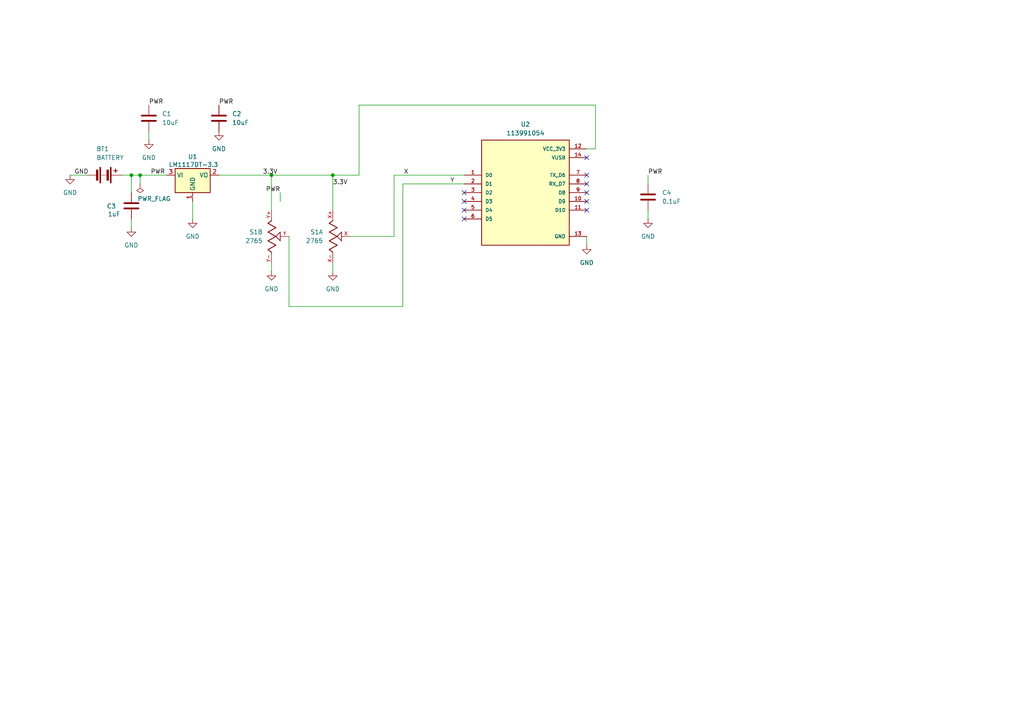
<source format=kicad_sch>
(kicad_sch (version 20231120) (generator "eeschema") (generator_version "8.0")
  (paper "A4")
  (lib_symbols
    (symbol "113991054:113991054" (pin_names (offset 1.016))
      (property "Reference" "U" (at -12.7 16.002 0))
      (property "Value" "113991054" (at -12.7 -17.78 0))
      (symbol "113991054_0_0"
        (rectangle (start -12.7 -15.24) (end 12.7 15.24) (stroke (width 0.254)) (fill (type background)))
        (pin bidirectional line (at -17.78 5.08 0) (length 5.08) (name "D0") (number "1"))
        (pin bidirectional line (at 17.78 -2.54 180) (length 5.08) (name "D9") (number "10"))
        (pin bidirectional line (at 17.78 -5.08 180) (length 5.08) (name "D10") (number "11"))
        (pin power_in line (at 17.78 12.7 180) (length 5.08) (name "VCC_3V3") (number "12"))
        (pin power_in line (at 17.78 -12.7 180) (length 5.08) (name "GND") (number "13"))
        (pin power_in line (at 17.78 10.16 180) (length 5.08) (name "VUSB") (number "14"))
        (pin bidirectional line (at -17.78 2.54 0) (length 5.08) (name "D1") (number "2"))
        (pin bidirectional line (at -17.78 0 0) (length 5.08) (name "D2") (number "3"))
        (pin bidirectional line (at -17.78 -2.54 0) (length 5.08) (name "D3") (number "4"))
        (pin bidirectional line (at -17.78 -5.08 0) (length 5.08) (name "D4") (number "5"))
        (pin bidirectional line (at -17.78 -7.62 0) (length 5.08) (name "D5") (number "6"))
        (pin bidirectional line (at 17.78 5.08 180) (length 5.08) (name "TX_D6") (number "7"))
        (pin bidirectional line (at 17.78 2.54 180) (length 5.08) (name "RX_D7") (number "8"))
        (pin bidirectional line (at 17.78 0 180) (length 5.08) (name "D8") (number "9"))
      )
    )
    (symbol "2765:2765" (pin_names (offset 1.016))
      (property "Reference" "S" (at -5.08 5.08 0))
      (property "Value" "2765" (at -5.08 2.54 0))
      (symbol "2765_1_0"
        (polyline (pts (xy -5.08 0) (xy -4.572 0)) (stroke (width 0.1524)))
        (polyline (pts (xy -4.572 0) (xy -3.81 1.016)) (stroke (width 0.254)))
        (polyline (pts (xy -3.81 1.016) (xy -2.54 -1.27)) (stroke (width 0.254)))
        (polyline (pts (xy -2.54 -1.27) (xy -1.27 1.016)) (stroke (width 0.254)))
        (polyline (pts (xy -1.27 -2.54) (xy 0 -1.27)) (stroke (width 0.2032)))
        (polyline (pts (xy -1.27 1.016) (xy 0 -1.27)) (stroke (width 0.254)))
        (polyline (pts (xy 0 -1.27) (xy 1.27 -2.54)) (stroke (width 0.2032)))
        (polyline (pts (xy 0 -1.27) (xy 1.27 1.016)) (stroke (width 0.254)))
        (polyline (pts (xy 1.27 -2.54) (xy -1.27 -2.54)) (stroke (width 0.2032)))
        (polyline (pts (xy 1.27 1.016) (xy 2.54 -1.27)) (stroke (width 0.254)))
        (polyline (pts (xy 2.54 -1.27) (xy 3.81 1.016)) (stroke (width 0.254)))
        (polyline (pts (xy 3.81 1.016) (xy 4.572 0)) (stroke (width 0.254)))
        (polyline (pts (xy 4.572 0) (xy 5.08 0)) (stroke (width 0.1524)))
        (pin passive line (at 0 -5.08 90) (length 2.54) (name "~") (number "X"))
        (pin passive line (at 7.62 0 180) (length 2.54) (name "~") (number "X+"))
        (pin passive line (at -7.62 0 0) (length 2.54) (name "~") (number "X-"))
      )
      (symbol "2765_2_0"
        (polyline (pts (xy -5.08 0) (xy -4.572 0)) (stroke (width 0.1524)))
        (polyline (pts (xy -4.572 0) (xy -3.81 1.016)) (stroke (width 0.254)))
        (polyline (pts (xy -3.81 1.016) (xy -2.54 -1.27)) (stroke (width 0.254)))
        (polyline (pts (xy -2.54 -1.27) (xy -1.27 1.016)) (stroke (width 0.254)))
        (polyline (pts (xy -1.27 -2.54) (xy 0 -1.27)) (stroke (width 0.2032)))
        (polyline (pts (xy -1.27 1.016) (xy 0 -1.27)) (stroke (width 0.254)))
        (polyline (pts (xy 0 -1.27) (xy 1.27 -2.54)) (stroke (width 0.2032)))
        (polyline (pts (xy 0 -1.27) (xy 1.27 1.016)) (stroke (width 0.254)))
        (polyline (pts (xy 1.27 -2.54) (xy -1.27 -2.54)) (stroke (width 0.2032)))
        (polyline (pts (xy 1.27 1.016) (xy 2.54 -1.27)) (stroke (width 0.254)))
        (polyline (pts (xy 2.54 -1.27) (xy 3.81 1.016)) (stroke (width 0.254)))
        (polyline (pts (xy 3.81 1.016) (xy 4.572 0)) (stroke (width 0.254)))
        (polyline (pts (xy 4.572 0) (xy 5.08 0)) (stroke (width 0.1524)))
        (pin passive line (at 0 -5.08 90) (length 2.54) (name "~") (number "Y"))
        (pin passive line (at 7.62 0 180) (length 2.54) (name "~") (number "Y+"))
        (pin passive line (at -7.62 0 0) (length 2.54) (name "~") (number "Y-"))
      )
    )
    (symbol "Device:Battery" (pin_numbers hide) (pin_names (offset 0) hide)
      (property "Reference" "BT" (at 2.54 2.54 0))
      (property "Value" "Battery" (at 2.54 0 0))
      (symbol "Battery_0_1"
        (rectangle (start -2.286 -1.27) (end 2.286 -1.524) (fill (type outline)))
        (rectangle (start -2.286 1.778) (end 2.286 1.524) (fill (type outline)))
        (rectangle (start -1.524 -2.032) (end 1.524 -2.54) (fill (type outline)))
        (rectangle (start -1.524 1.016) (end 1.524 0.508) (fill (type outline)))
        (polyline (pts (xy 0 -1.016) (xy 0 -0.762)))
        (polyline (pts (xy 0 -0.508) (xy 0 -0.254)))
        (polyline (pts (xy 0 0) (xy 0 0.254)))
        (polyline (pts (xy 0 1.778) (xy 0 2.54)))
        (polyline (pts (xy 0.762 3.048) (xy 1.778 3.048)) (stroke (width 0.254)))
        (polyline (pts (xy 1.27 3.556) (xy 1.27 2.54)) (stroke (width 0.254)))
      )
      (symbol "Battery_1_1"
        (pin passive line (at 0 5.08 270) (length 2.54) (name "+") (number "1"))
        (pin passive line (at 0 -5.08 90) (length 2.54) (name "-") (number "2"))
      )
    )
    (symbol "Device:C" (pin_numbers hide) (pin_names (offset 0.254))
      (property "Reference" "C" (at 0.635 2.54 0))
      (property "Value" "C" (at 0.635 -2.54 0))
      (symbol "C_0_1"
        (polyline (pts (xy -2.032 -0.762) (xy 2.032 -0.762)) (stroke (width 0.508)))
        (polyline (pts (xy -2.032 0.762) (xy 2.032 0.762)) (stroke (width 0.508)))
      )
      (symbol "C_1_1"
        (pin passive line (at 0 3.81 270) (length 2.794) (name "~") (number "1"))
        (pin passive line (at 0 -3.81 90) (length 2.794) (name "~") (number "2"))
      )
    )
    (symbol "Regulator_Linear:LM1117DT-3.3"
      (property "Reference" "U" (at -3.81 3.175 0))
      (property "Value" "LM1117DT-3.3" (at 0 3.175 0))
      (symbol "LM1117DT-3.3_0_1"
        (rectangle (start -5.08 -5.08) (end 5.08 1.905) (stroke (width 0.254)) (fill (type background)))
      )
      (symbol "LM1117DT-3.3_1_1"
        (pin power_in line (at 0 -7.62 90) (length 2.54) (name "GND") (number "1"))
        (pin power_out line (at 7.62 0 180) (length 2.54) (name "VO") (number "2"))
        (pin power_in line (at -7.62 0 0) (length 2.54) (name "VI") (number "3"))
      )
    )
    (symbol "power:GND" (power) (pin_numbers hide) (pin_names (offset 0) hide)
      (property "Value" "GND" (at 0 -3.81 0))
      (symbol "GND_0_1"
        (polyline (pts (xy 0 0) (xy 0 -1.27) (xy 1.27 -1.27) (xy 0 -2.54) (xy -1.27 -1.27) (xy 0 -1.27)))
      )
      (symbol "GND_1_1"
        (pin power_in line (at 0 0 270) (length 0) (name "~") (number "1"))
      )
    )
    (symbol "power:PWR_FLAG" (power) (pin_numbers hide) (pin_names (offset 0) hide)
      (property "Value" "PWR_FLAG" (at 0 3.81 0))
      (symbol "PWR_FLAG_0_0"
        (pin power_out line (at 0 0 90) (length 0) (name "~") (number "1"))
      )
      (symbol "PWR_FLAG_0_1"
        (polyline (pts (xy 0 0) (xy 0 1.27) (xy -1.016 1.905) (xy 0 2.54) (xy 1.016 1.905) (xy 0 1.27)))
      )
    )
  )
  (junction (at 96.52 50.8))
  (junction (at 40.64 50.8))
  (junction (at 38.1 50.8))
  (junction (at 78.74 50.8))
  (no_connect (at 134.62 55.88))
  (no_connect (at 134.62 63.5))
  (no_connect (at 170.18 53.34))
  (no_connect (at 134.62 58.42))
  (no_connect (at 134.62 60.96))
  (no_connect (at 170.18 50.8))
  (no_connect (at 170.18 45.72))
  (no_connect (at 170.18 60.96))
  (no_connect (at 170.18 55.88))
  (no_connect (at 170.18 58.42))
  (wire (pts (xy 81.28 55.88) (xy 81.28 58.42)))
  (wire (pts (xy 104.14 30.48) (xy 104.14 50.8)))
  (wire (pts (xy 20.32 50.8) (xy 25.4 50.8)))
  (wire (pts (xy 172.72 30.48) (xy 172.72 43.18)))
  (wire (pts (xy 187.96 50.8) (xy 187.96 53.34)))
  (wire (pts (xy 83.82 68.58) (xy 83.82 88.9)))
  (wire (pts (xy 116.84 53.34) (xy 134.62 53.34)))
  (wire (pts (xy 187.96 60.96) (xy 187.96 63.5)))
  (wire (pts (xy 55.88 58.42) (xy 55.88 63.5)))
  (wire (pts (xy 114.3 68.58) (xy 114.3 50.8)))
  (wire (pts (xy 170.18 68.58) (xy 170.18 71.12)))
  (wire (pts (xy 38.1 66.04) (xy 38.1 63.5)))
  (wire (pts (xy 78.74 78.74) (xy 78.74 76.2)))
  (wire (pts (xy 63.5 50.8) (xy 78.74 50.8)))
  (wire (pts (xy 38.1 50.8) (xy 38.1 55.88)))
  (wire (pts (xy 96.52 55.88) (xy 96.52 60.96)) (stroke (width 0.1524)))
  (wire (pts (xy 134.62 50.8) (xy 114.3 50.8)))
  (wire (pts (xy 172.72 43.18) (xy 170.18 43.18)))
  (wire (pts (xy 43.18 38.1) (xy 43.18 40.64)))
  (wire (pts (xy 104.14 30.48) (xy 172.72 30.48)))
  (wire (pts (xy 96.52 50.8) (xy 96.52 55.88)))
  (wire (pts (xy 78.74 50.8) (xy 78.74 60.96)))
  (wire (pts (xy 78.74 50.8) (xy 96.52 50.8)))
  (wire (pts (xy 96.52 50.8) (xy 104.14 50.8)))
  (wire (pts (xy 83.82 88.9) (xy 116.84 88.9)))
  (wire (pts (xy 40.64 50.8) (xy 40.64 53.34)))
  (wire (pts (xy 96.52 76.2) (xy 96.52 78.74)))
  (wire (pts (xy 116.84 88.9) (xy 116.84 53.34)))
  (wire (pts (xy 38.1 50.8) (xy 35.56 50.8)))
  (wire (pts (xy 38.1 50.8) (xy 40.64 50.8)))
  (wire (pts (xy 40.64 50.8) (xy 48.26 50.8)))
  (wire (pts (xy 101.6 68.58) (xy 114.3 68.58)))
  (label "3.3V" (at 76.2 50.8 0))
  (label "PWR" (at 187.96 50.8 0))
  (label "GND" (at 21.59 50.8 0))
  (label "3.3V" (at 96.52 53.848 0))
  (label "Y" (at 130.556 53.34 0))
  (label "PWR" (at 43.688 50.8 0))
  (label "PWR" (at 81.28 55.88 180))
  (label "PWR" (at 43.18 30.48 0))
  (label "PWR" (at 63.5 30.48 0))
  (label "X" (at 117.094 50.8 0))
  (symbol (lib_id "Device:C") (at 38.1 59.69 0) (mirror y) (unit 1)
    (property "Reference" "C3" (at 33.655 59.817 0) (effects (justify left)))
    (property "Value" "1uF" (at 34.925 62.103 0) (effects (justify left)))
    (property "Footprint" "Capacitor_SMD:C_0805_2012Metric_Pad1.18x1.45mm_HandSolder" (effects (hide yes)))
    (property "Description" "Unpolarized capacitor" (effects (hide yes)))
  )
  (symbol (lib_id "power:GND") (at 78.74 78.74 0) (unit 1)
    (property "Reference" "#PWR06" (effects (hide yes)))
    (property "Value" "GND" (at 78.74 83.82 0))
    (property "Description" "Power symbol creates a global label with name \"GND\" , ground" (effects (hide yes)))
  )
  (symbol (lib_id "power:GND") (at 43.18 40.64 0) (unit 1)
    (property "Reference" "#PWR02" (effects (hide yes)))
    (property "Value" "GND" (at 43.18 45.72 0))
    (property "Description" "Power symbol creates a global label with name \"GND\" , ground" (effects (hide yes)))
  )
  (symbol (lib_id "power:PWR_FLAG") (at 40.64 53.34 0) (mirror x) (unit 1)
    (property "Reference" "#FLG01" (effects (hide yes)))
    (property "Value" "PWR_FLAG" (at 44.704 57.658 0))
    (property "Description" "Special symbol for telling ERC where power comes from" (effects (hide yes)))
  )
  (symbol (lib_id "Regulator_Linear:LM1117DT-3.3") (at 55.88 50.8 0) (unit 1)
    (property "Reference" "U1" (at 55.88 45.466 0))
    (property "Value" "LM1117DT-3.3" (at 56.134 47.752 0))
    (property "Footprint" "Package_TO_SOT_THT:TO-220-3_Vertical" (effects (hide yes)))
    (property "Datasheet" "http://www.ti.com/lit/ds/symlink/lm1117.pdf" (effects (hide yes)))
    (property "Description" "800mA Low-Dropout Linear Regulator, 3.3V fixed output, TO-252" (effects (hide yes)))
  )
  (symbol (lib_id "power:GND") (at 170.18 71.12 0) (unit 1)
    (property "Reference" "#PWR08" (effects (hide yes)))
    (property "Value" "GND" (at 170.18 76.2 0))
    (property "Description" "Power symbol creates a global label with name \"GND\" , ground" (effects (hide yes)))
  )
  (symbol (lib_id "power:GND") (at 38.1 66.04 0) (mirror y) (unit 1)
    (property "Reference" "#PWR05" (effects (hide yes)))
    (property "Value" "GND" (at 38.1 71.12 0))
    (property "Description" "Power symbol creates a global label with name \"GND\" , ground" (effects (hide yes)))
  )
  (symbol (lib_id "Device:C") (at 63.5 34.29 0) (unit 1)
    (property "Reference" "C2" (at 67.31 33.0199 0) (effects (justify left)))
    (property "Value" "10uF" (at 67.31 35.5599 0) (effects (justify left)))
    (property "Footprint" "Capacitor_SMD:C_0805_2012Metric_Pad1.18x1.45mm_HandSolder" (effects (hide yes)))
    (property "Description" "Unpolarized capacitor" (effects (hide yes)))
  )
  (symbol (lib_id "2765:2765") (at 78.74 68.58 90) (unit 2)
    (property "Reference" "S1" (at 76.2 67.3099 90) (effects (justify left)))
    (property "Value" "2765" (at 76.2 69.8499 90) (effects (justify left)))
    (property "Footprint" "2765:SW_2765" (effects (hide yes)))
    (property "MF" "Adafruit Industries" (effects (hide yes)))
    (property "MAXIMUM_PACKAGE_HEIGHT" "12.00 mm" (effects (hide yes)))
    (property "Package" "None" (effects (hide yes)))
    (property "Price" "None" (effects (hide yes)))
    (property "Check_prices" "https://www.snapeda.com/parts/2765/Adafruit+Industries+LLC/view-part/?ref=eda" (effects (hide yes)))
    (property "STANDARD" "Manufacturer Recommendations" (effects (hide yes)))
    (property "PARTREV" "-" (effects (hide yes)))
    (property "SnapEDA_Link" "https://www.snapeda.com/parts/2765/Adafruit+Industries+LLC/view-part/?ref=snap" (effects (hide yes)))
    (property "MP" "2765" (effects (hide yes)))
    (property "Purchase-URL" "https://www.snapeda.com/api/url_track_click_mouser/?unipart_id=587989&manufacturer=Adafruit Industries&part_name=2765&search_term=None" (effects (hide yes)))
    (property "Description_1" "\nWearables LED Orange Power - Board(s), LED(s), 10 Pieces\n" (effects (hide yes)))
    (property "Availability" "Not in stock" (effects (hide yes)))
    (property "MANUFACTURER" "Adafruit" (effects (hide yes)))
  )
  (symbol (lib_id "113991054:113991054") (at 152.4 55.88 0) (unit 1)
    (property "Reference" "U2" (at 152.4 36.068 0))
    (property "Value" "113991054" (at 152.4 38.608 0))
    (property "Footprint" "113991054:MODULE_113991054" (effects (hide yes)))
    (property "MF" "Seeed Technology Co., Ltd" (effects (hide yes)))
    (property "MAXIMUM_PACKAGE_HEIGHT" "N/A" (effects (hide yes)))
    (property "Package" "None" (effects (hide yes)))
    (property "Price" "None" (effects (hide yes)))
    (property "Check_prices" "https://www.snapeda.com/parts/113991054/Seeed+Technology+Co.%252C+Ltd/view-part/?ref=eda" (effects (hide yes)))
    (property "STANDARD" "Manufacturer Recommendations" (effects (hide yes)))
    (property "PARTREV" "23/05/2022" (effects (hide yes)))
    (property "SnapEDA_Link" "https://www.snapeda.com/parts/113991054/Seeed+Technology+Co.%252C+Ltd/view-part/?ref=snap" (effects (hide yes)))
    (property "MP" "113991054" (effects (hide yes)))
    (property "Purchase-URL" "https://www.snapeda.com/api/url_track_click_mouser/?unipart_id=12200757&manufacturer=Seeed Technology Co., Ltd&part_name=113991054&search_term=seeed studio xiao esp32c3" (effects (hide yes)))
    (property "Description_1" "\n- ESP32-C3 Transceiver; 802.11 a/b/g/n (Wi-Fi, WiFi, WLAN), Bluetooth® Smart 4.x Low Energy (BLE) 2.4GHz Evaluation Board\n" (effects (hide yes)))
    (property "SNAPEDA_PN" "113991054" (effects (hide yes)))
    (property "Availability" "In Stock" (effects (hide yes)))
    (property "MANUFACTURER" "Seeed Technology" (effects (hide yes)))
  )
  (symbol (lib_id "Device:C") (at 187.96 57.15 0) (unit 1)
    (property "Reference" "C4" (at 192.024 55.8799 0) (effects (justify left)))
    (property "Value" "0.1uF" (at 192.024 58.4199 0) (effects (justify left)))
    (property "Footprint" "Capacitor_SMD:C_0603_1608Metric_Pad1.08x0.95mm_HandSolder" (effects (hide yes)))
    (property "Description" "Unpolarized capacitor" (effects (hide yes)))
  )
  (symbol (lib_id "power:GND") (at 63.5 38.1 0) (unit 1)
    (property "Reference" "#PWR04" (effects (hide yes)))
    (property "Value" "GND" (at 63.5 43.18 0))
    (property "Description" "Power symbol creates a global label with name \"GND\" , ground" (effects (hide yes)))
  )
  (symbol (lib_id "power:GND") (at 55.88 63.5 0) (unit 1)
    (property "Reference" "#PWR03" (effects (hide yes)))
    (property "Value" "GND" (at 55.88 68.58 0))
    (property "Description" "Power symbol creates a global label with name \"GND\" , ground" (effects (hide yes)))
  )
  (symbol (lib_id "power:GND") (at 187.96 63.5 0) (unit 1)
    (property "Reference" "#PWR09" (effects (hide yes)))
    (property "Value" "GND" (at 187.96 68.58 0))
    (property "Description" "Power symbol creates a global label with name \"GND\" , ground" (effects (hide yes)))
  )
  (symbol (lib_id "power:GND") (at 20.32 50.8 0) (unit 1)
    (property "Reference" "#PWR01" (effects (hide yes)))
    (property "Value" "GND" (at 20.32 55.88 0))
    (property "Description" "Power symbol creates a global label with name \"GND\" , ground" (effects (hide yes)))
  )
  (symbol (lib_id "Device:C") (at 43.18 34.29 0) (unit 1)
    (property "Reference" "C1" (at 46.99 33.0199 0) (effects (justify left)))
    (property "Value" "10uF" (at 46.99 35.5599 0) (effects (justify left)))
    (property "Footprint" "Capacitor_SMD:C_0805_2012Metric_Pad1.18x1.45mm_HandSolder" (effects (hide yes)))
    (property "Description" "Unpolarized capacitor" (effects (hide yes)))
  )
  (symbol (lib_id "power:GND") (at 96.52 78.74 0) (unit 1)
    (property "Reference" "#PWR07" (effects (hide yes)))
    (property "Value" "GND" (at 96.52 83.82 0))
    (property "Description" "Power symbol creates a global label with name \"GND\" , ground" (effects (hide yes)))
  )
  (symbol (lib_id "2765:2765") (at 96.52 68.58 90) (unit 1)
    (property "Reference" "S1" (at 93.726 67.3099 90) (effects (justify left)))
    (property "Value" "2765" (at 93.726 69.8499 90) (effects (justify left)))
    (property "Footprint" "2765:SW_2765" (effects (hide yes)))
    (property "MF" "Adafruit Industries" (effects (hide yes)))
    (property "MAXIMUM_PACKAGE_HEIGHT" "12.00 mm" (effects (hide yes)))
    (property "Package" "None" (effects (hide yes)))
    (property "Price" "None" (effects (hide yes)))
    (property "Check_prices" "https://www.snapeda.com/parts/2765/Adafruit+Industries+LLC/view-part/?ref=eda" (effects (hide yes)))
    (property "STANDARD" "Manufacturer Recommendations" (effects (hide yes)))
    (property "PARTREV" "-" (effects (hide yes)))
    (property "SnapEDA_Link" "https://www.snapeda.com/parts/2765/Adafruit+Industries+LLC/view-part/?ref=snap" (effects (hide yes)))
    (property "MP" "2765" (effects (hide yes)))
    (property "Purchase-URL" "https://www.snapeda.com/api/url_track_click_mouser/?unipart_id=587989&manufacturer=Adafruit Industries&part_name=2765&search_term=None" (effects (hide yes)))
    (property "Description_1" "\nWearables LED Orange Power - Board(s), LED(s), 10 Pieces\n" (effects (hide yes)))
    (property "Availability" "Not in stock" (effects (hide yes)))
    (property "MANUFACTURER" "Adafruit" (effects (hide yes)))
  )
  (symbol (lib_id "Device:Battery") (at 30.48 50.8 270) (mirror x) (unit 1)
    (property "Reference" "BT1" (at 27.94 43.18 90) (effects (justify left)))
    (property "Value" "BATTERY" (at 27.94 45.72 90) (effects (justify left)))
    (property "Footprint" "Connector_Molex:Molex_PicoBlade_53398-0271_1x02-1MP_P1.25mm_Vertical" (effects (hide yes)))
    (property "Description" "Multiple-cell battery" (effects (hide yes)))
  )
)
</source>
